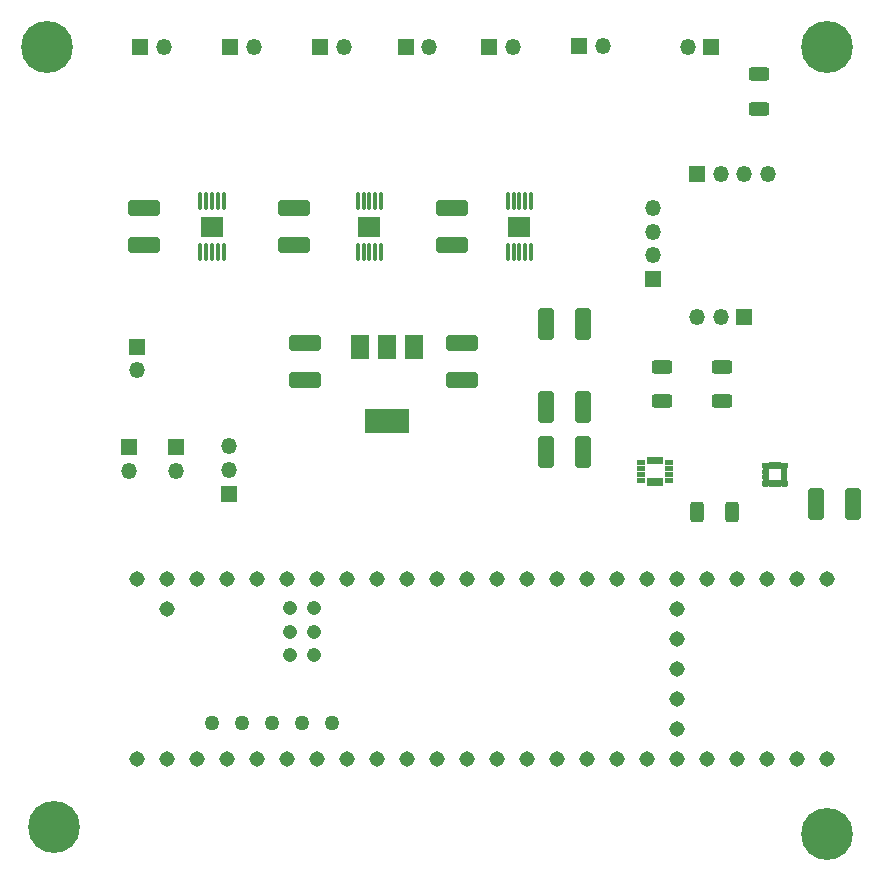
<source format=gts>
%TF.GenerationSoftware,KiCad,Pcbnew,(6.0.7)*%
%TF.CreationDate,2023-02-02T12:11:16-07:00*%
%TF.ProjectId,Tellus,54656c6c-7573-42e6-9b69-6361645f7063,rev?*%
%TF.SameCoordinates,Original*%
%TF.FileFunction,Soldermask,Top*%
%TF.FilePolarity,Negative*%
%FSLAX46Y46*%
G04 Gerber Fmt 4.6, Leading zero omitted, Abs format (unit mm)*
G04 Created by KiCad (PCBNEW (6.0.7)) date 2023-02-02 12:11:16*
%MOMM*%
%LPD*%
G01*
G04 APERTURE LIST*
G04 Aperture macros list*
%AMRoundRect*
0 Rectangle with rounded corners*
0 $1 Rounding radius*
0 $2 $3 $4 $5 $6 $7 $8 $9 X,Y pos of 4 corners*
0 Add a 4 corners polygon primitive as box body*
4,1,4,$2,$3,$4,$5,$6,$7,$8,$9,$2,$3,0*
0 Add four circle primitives for the rounded corners*
1,1,$1+$1,$2,$3*
1,1,$1+$1,$4,$5*
1,1,$1+$1,$6,$7*
1,1,$1+$1,$8,$9*
0 Add four rect primitives between the rounded corners*
20,1,$1+$1,$2,$3,$4,$5,0*
20,1,$1+$1,$4,$5,$6,$7,0*
20,1,$1+$1,$6,$7,$8,$9,0*
20,1,$1+$1,$8,$9,$2,$3,0*%
G04 Aperture macros list end*
%ADD10C,0.010000*%
%ADD11R,1.350000X1.350000*%
%ADD12O,1.350000X1.350000*%
%ADD13C,1.308000*%
%ADD14C,1.258000*%
%ADD15C,1.208000*%
%ADD16RoundRect,0.250000X1.100000X-0.412500X1.100000X0.412500X-1.100000X0.412500X-1.100000X-0.412500X0*%
%ADD17RoundRect,0.250000X0.412500X1.100000X-0.412500X1.100000X-0.412500X-1.100000X0.412500X-1.100000X0*%
%ADD18RoundRect,0.250000X-0.625000X0.312500X-0.625000X-0.312500X0.625000X-0.312500X0.625000X0.312500X0*%
%ADD19RoundRect,0.250000X-1.100000X0.412500X-1.100000X-0.412500X1.100000X-0.412500X1.100000X0.412500X0*%
%ADD20C,4.400000*%
%ADD21RoundRect,0.075000X0.075000X-0.662500X0.075000X0.662500X-0.075000X0.662500X-0.075000X-0.662500X0*%
%ADD22R,1.980000X1.730000*%
%ADD23RoundRect,0.250000X0.625000X-0.312500X0.625000X0.312500X-0.625000X0.312500X-0.625000X-0.312500X0*%
%ADD24RoundRect,0.250000X-0.312500X-0.625000X0.312500X-0.625000X0.312500X0.625000X-0.312500X0.625000X0*%
%ADD25RoundRect,0.250000X-0.412500X-1.100000X0.412500X-1.100000X0.412500X1.100000X-0.412500X1.100000X0*%
%ADD26R,1.500000X2.000000*%
%ADD27R,3.800000X2.000000*%
G04 APERTURE END LIST*
%TO.C,U7*%
G36*
X171210000Y-115582500D02*
G01*
X170635000Y-115582500D01*
X170635000Y-115232500D01*
X171210000Y-115232500D01*
X171210000Y-115582500D01*
G37*
D10*
X171210000Y-115582500D02*
X170635000Y-115582500D01*
X170635000Y-115232500D01*
X171210000Y-115232500D01*
X171210000Y-115582500D01*
G36*
X172260000Y-115857500D02*
G01*
X171910000Y-115857500D01*
X171910000Y-115282500D01*
X172260000Y-115282500D01*
X172260000Y-115857500D01*
G37*
X172260000Y-115857500D02*
X171910000Y-115857500D01*
X171910000Y-115282500D01*
X172260000Y-115282500D01*
X172260000Y-115857500D01*
G36*
X173535000Y-114082500D02*
G01*
X172960000Y-114082500D01*
X172960000Y-113732500D01*
X173535000Y-113732500D01*
X173535000Y-114082500D01*
G37*
X173535000Y-114082500D02*
X172960000Y-114082500D01*
X172960000Y-113732500D01*
X173535000Y-113732500D01*
X173535000Y-114082500D01*
G36*
X171760000Y-114032500D02*
G01*
X171410000Y-114032500D01*
X171410000Y-113457500D01*
X171760000Y-113457500D01*
X171760000Y-114032500D01*
G37*
X171760000Y-114032500D02*
X171410000Y-114032500D01*
X171410000Y-113457500D01*
X171760000Y-113457500D01*
X171760000Y-114032500D01*
G36*
X173535000Y-115082500D02*
G01*
X172960000Y-115082500D01*
X172960000Y-114732500D01*
X173535000Y-114732500D01*
X173535000Y-115082500D01*
G37*
X173535000Y-115082500D02*
X172960000Y-115082500D01*
X172960000Y-114732500D01*
X173535000Y-114732500D01*
X173535000Y-115082500D01*
G36*
X172260000Y-114032500D02*
G01*
X171910000Y-114032500D01*
X171910000Y-113457500D01*
X172260000Y-113457500D01*
X172260000Y-114032500D01*
G37*
X172260000Y-114032500D02*
X171910000Y-114032500D01*
X171910000Y-113457500D01*
X172260000Y-113457500D01*
X172260000Y-114032500D01*
G36*
X173535000Y-115582500D02*
G01*
X172960000Y-115582500D01*
X172960000Y-115232500D01*
X173535000Y-115232500D01*
X173535000Y-115582500D01*
G37*
X173535000Y-115582500D02*
X172960000Y-115582500D01*
X172960000Y-115232500D01*
X173535000Y-115232500D01*
X173535000Y-115582500D01*
G36*
X171210000Y-114582500D02*
G01*
X170635000Y-114582500D01*
X170635000Y-114232500D01*
X171210000Y-114232500D01*
X171210000Y-114582500D01*
G37*
X171210000Y-114582500D02*
X170635000Y-114582500D01*
X170635000Y-114232500D01*
X171210000Y-114232500D01*
X171210000Y-114582500D01*
G36*
X172760000Y-114032500D02*
G01*
X172410000Y-114032500D01*
X172410000Y-113457500D01*
X172760000Y-113457500D01*
X172760000Y-114032500D01*
G37*
X172760000Y-114032500D02*
X172410000Y-114032500D01*
X172410000Y-113457500D01*
X172760000Y-113457500D01*
X172760000Y-114032500D01*
G36*
X173535000Y-114582500D02*
G01*
X172960000Y-114582500D01*
X172960000Y-114232500D01*
X173535000Y-114232500D01*
X173535000Y-114582500D01*
G37*
X173535000Y-114582500D02*
X172960000Y-114582500D01*
X172960000Y-114232500D01*
X173535000Y-114232500D01*
X173535000Y-114582500D01*
G36*
X171760000Y-115857500D02*
G01*
X171410000Y-115857500D01*
X171410000Y-115282500D01*
X171760000Y-115282500D01*
X171760000Y-115857500D01*
G37*
X171760000Y-115857500D02*
X171410000Y-115857500D01*
X171410000Y-115282500D01*
X171760000Y-115282500D01*
X171760000Y-115857500D01*
G36*
X172760000Y-115857500D02*
G01*
X172410000Y-115857500D01*
X172410000Y-115282500D01*
X172760000Y-115282500D01*
X172760000Y-115857500D01*
G37*
X172760000Y-115857500D02*
X172410000Y-115857500D01*
X172410000Y-115282500D01*
X172760000Y-115282500D01*
X172760000Y-115857500D01*
G36*
X171210000Y-114082500D02*
G01*
X170635000Y-114082500D01*
X170635000Y-113732500D01*
X171210000Y-113732500D01*
X171210000Y-114082500D01*
G37*
X171210000Y-114082500D02*
X170635000Y-114082500D01*
X170635000Y-113732500D01*
X171210000Y-113732500D01*
X171210000Y-114082500D01*
G36*
X171210000Y-115082500D02*
G01*
X170635000Y-115082500D01*
X170635000Y-114732500D01*
X171210000Y-114732500D01*
X171210000Y-115082500D01*
G37*
X171210000Y-115082500D02*
X170635000Y-115082500D01*
X170635000Y-114732500D01*
X171210000Y-114732500D01*
X171210000Y-115082500D01*
%TO.C,U6*%
G36*
X181626000Y-113961000D02*
G01*
X181631000Y-113961000D01*
X181637000Y-113963000D01*
X181642000Y-113964000D01*
X181648000Y-113966000D01*
X181663000Y-113972000D01*
X181673000Y-113978000D01*
X181677000Y-113981000D01*
X181682000Y-113985000D01*
X181694000Y-113997000D01*
X181697000Y-114001000D01*
X181701000Y-114006000D01*
X181704000Y-114010000D01*
X181707000Y-114015000D01*
X181709000Y-114020000D01*
X181712000Y-114025000D01*
X181714000Y-114031000D01*
X181716000Y-114036000D01*
X181717000Y-114041000D01*
X181719000Y-114053000D01*
X181720000Y-114058000D01*
X181720000Y-114312000D01*
X181719000Y-114317000D01*
X181717000Y-114329000D01*
X181716000Y-114334000D01*
X181714000Y-114339000D01*
X181712000Y-114345000D01*
X181709000Y-114350000D01*
X181707000Y-114355000D01*
X181704000Y-114360000D01*
X181701000Y-114364000D01*
X181697000Y-114369000D01*
X181694000Y-114373000D01*
X181682000Y-114385000D01*
X181677000Y-114389000D01*
X181673000Y-114392000D01*
X181663000Y-114398000D01*
X181648000Y-114404000D01*
X181642000Y-114406000D01*
X181637000Y-114407000D01*
X181631000Y-114409000D01*
X181626000Y-114409000D01*
X181620000Y-114410000D01*
X181320000Y-114410000D01*
X181314000Y-114409000D01*
X181309000Y-114409000D01*
X181303000Y-114407000D01*
X181298000Y-114406000D01*
X181292000Y-114404000D01*
X181277000Y-114398000D01*
X181267000Y-114392000D01*
X181263000Y-114389000D01*
X181258000Y-114385000D01*
X181246000Y-114373000D01*
X181243000Y-114369000D01*
X181239000Y-114364000D01*
X181236000Y-114360000D01*
X181233000Y-114355000D01*
X181231000Y-114350000D01*
X181228000Y-114345000D01*
X181226000Y-114339000D01*
X181224000Y-114334000D01*
X181223000Y-114329000D01*
X181221000Y-114317000D01*
X181220000Y-114312000D01*
X181220000Y-114058000D01*
X181221000Y-114053000D01*
X181223000Y-114041000D01*
X181224000Y-114036000D01*
X181226000Y-114031000D01*
X181228000Y-114025000D01*
X181231000Y-114020000D01*
X181233000Y-114015000D01*
X181236000Y-114010000D01*
X181239000Y-114006000D01*
X181243000Y-114001000D01*
X181246000Y-113997000D01*
X181258000Y-113985000D01*
X181263000Y-113981000D01*
X181267000Y-113978000D01*
X181277000Y-113972000D01*
X181292000Y-113966000D01*
X181298000Y-113964000D01*
X181303000Y-113963000D01*
X181309000Y-113961000D01*
X181314000Y-113961000D01*
X181320000Y-113960000D01*
X181620000Y-113960000D01*
X181626000Y-113961000D01*
G37*
X181626000Y-113961000D02*
X181631000Y-113961000D01*
X181637000Y-113963000D01*
X181642000Y-113964000D01*
X181648000Y-113966000D01*
X181663000Y-113972000D01*
X181673000Y-113978000D01*
X181677000Y-113981000D01*
X181682000Y-113985000D01*
X181694000Y-113997000D01*
X181697000Y-114001000D01*
X181701000Y-114006000D01*
X181704000Y-114010000D01*
X181707000Y-114015000D01*
X181709000Y-114020000D01*
X181712000Y-114025000D01*
X181714000Y-114031000D01*
X181716000Y-114036000D01*
X181717000Y-114041000D01*
X181719000Y-114053000D01*
X181720000Y-114058000D01*
X181720000Y-114312000D01*
X181719000Y-114317000D01*
X181717000Y-114329000D01*
X181716000Y-114334000D01*
X181714000Y-114339000D01*
X181712000Y-114345000D01*
X181709000Y-114350000D01*
X181707000Y-114355000D01*
X181704000Y-114360000D01*
X181701000Y-114364000D01*
X181697000Y-114369000D01*
X181694000Y-114373000D01*
X181682000Y-114385000D01*
X181677000Y-114389000D01*
X181673000Y-114392000D01*
X181663000Y-114398000D01*
X181648000Y-114404000D01*
X181642000Y-114406000D01*
X181637000Y-114407000D01*
X181631000Y-114409000D01*
X181626000Y-114409000D01*
X181620000Y-114410000D01*
X181320000Y-114410000D01*
X181314000Y-114409000D01*
X181309000Y-114409000D01*
X181303000Y-114407000D01*
X181298000Y-114406000D01*
X181292000Y-114404000D01*
X181277000Y-114398000D01*
X181267000Y-114392000D01*
X181263000Y-114389000D01*
X181258000Y-114385000D01*
X181246000Y-114373000D01*
X181243000Y-114369000D01*
X181239000Y-114364000D01*
X181236000Y-114360000D01*
X181233000Y-114355000D01*
X181231000Y-114350000D01*
X181228000Y-114345000D01*
X181226000Y-114339000D01*
X181224000Y-114334000D01*
X181223000Y-114329000D01*
X181221000Y-114317000D01*
X181220000Y-114312000D01*
X181220000Y-114058000D01*
X181221000Y-114053000D01*
X181223000Y-114041000D01*
X181224000Y-114036000D01*
X181226000Y-114031000D01*
X181228000Y-114025000D01*
X181231000Y-114020000D01*
X181233000Y-114015000D01*
X181236000Y-114010000D01*
X181239000Y-114006000D01*
X181243000Y-114001000D01*
X181246000Y-113997000D01*
X181258000Y-113985000D01*
X181263000Y-113981000D01*
X181267000Y-113978000D01*
X181277000Y-113972000D01*
X181292000Y-113966000D01*
X181298000Y-113964000D01*
X181303000Y-113963000D01*
X181309000Y-113961000D01*
X181314000Y-113961000D01*
X181320000Y-113960000D01*
X181620000Y-113960000D01*
X181626000Y-113961000D01*
G36*
X182127000Y-113921000D02*
G01*
X182139000Y-113923000D01*
X182144000Y-113924000D01*
X182149000Y-113926000D01*
X182155000Y-113928000D01*
X182160000Y-113931000D01*
X182165000Y-113933000D01*
X182170000Y-113936000D01*
X182174000Y-113939000D01*
X182179000Y-113943000D01*
X182183000Y-113946000D01*
X182195000Y-113958000D01*
X182199000Y-113963000D01*
X182202000Y-113967000D01*
X182208000Y-113977000D01*
X182214000Y-113992000D01*
X182216000Y-113998000D01*
X182217000Y-114003000D01*
X182219000Y-114009000D01*
X182219000Y-114014000D01*
X182220000Y-114020000D01*
X182220000Y-114320000D01*
X182219000Y-114326000D01*
X182219000Y-114331000D01*
X182217000Y-114337000D01*
X182216000Y-114342000D01*
X182214000Y-114348000D01*
X182208000Y-114363000D01*
X182202000Y-114373000D01*
X182199000Y-114377000D01*
X182195000Y-114382000D01*
X182183000Y-114394000D01*
X182179000Y-114397000D01*
X182174000Y-114401000D01*
X182170000Y-114404000D01*
X182165000Y-114407000D01*
X182160000Y-114409000D01*
X182155000Y-114412000D01*
X182149000Y-114414000D01*
X182144000Y-114416000D01*
X182139000Y-114417000D01*
X182127000Y-114419000D01*
X182122000Y-114420000D01*
X181868000Y-114420000D01*
X181863000Y-114419000D01*
X181851000Y-114417000D01*
X181846000Y-114416000D01*
X181841000Y-114414000D01*
X181835000Y-114412000D01*
X181830000Y-114409000D01*
X181825000Y-114407000D01*
X181820000Y-114404000D01*
X181816000Y-114401000D01*
X181811000Y-114397000D01*
X181807000Y-114394000D01*
X181795000Y-114382000D01*
X181791000Y-114377000D01*
X181788000Y-114373000D01*
X181782000Y-114363000D01*
X181776000Y-114348000D01*
X181774000Y-114342000D01*
X181773000Y-114337000D01*
X181771000Y-114331000D01*
X181771000Y-114326000D01*
X181770000Y-114320000D01*
X181770000Y-114020000D01*
X181771000Y-114014000D01*
X181771000Y-114009000D01*
X181773000Y-114003000D01*
X181774000Y-113998000D01*
X181776000Y-113992000D01*
X181782000Y-113977000D01*
X181788000Y-113967000D01*
X181791000Y-113963000D01*
X181795000Y-113958000D01*
X181807000Y-113946000D01*
X181811000Y-113943000D01*
X181816000Y-113939000D01*
X181820000Y-113936000D01*
X181825000Y-113933000D01*
X181830000Y-113931000D01*
X181835000Y-113928000D01*
X181841000Y-113926000D01*
X181846000Y-113924000D01*
X181851000Y-113923000D01*
X181863000Y-113921000D01*
X181868000Y-113920000D01*
X182122000Y-113920000D01*
X182127000Y-113921000D01*
G37*
X182127000Y-113921000D02*
X182139000Y-113923000D01*
X182144000Y-113924000D01*
X182149000Y-113926000D01*
X182155000Y-113928000D01*
X182160000Y-113931000D01*
X182165000Y-113933000D01*
X182170000Y-113936000D01*
X182174000Y-113939000D01*
X182179000Y-113943000D01*
X182183000Y-113946000D01*
X182195000Y-113958000D01*
X182199000Y-113963000D01*
X182202000Y-113967000D01*
X182208000Y-113977000D01*
X182214000Y-113992000D01*
X182216000Y-113998000D01*
X182217000Y-114003000D01*
X182219000Y-114009000D01*
X182219000Y-114014000D01*
X182220000Y-114020000D01*
X182220000Y-114320000D01*
X182219000Y-114326000D01*
X182219000Y-114331000D01*
X182217000Y-114337000D01*
X182216000Y-114342000D01*
X182214000Y-114348000D01*
X182208000Y-114363000D01*
X182202000Y-114373000D01*
X182199000Y-114377000D01*
X182195000Y-114382000D01*
X182183000Y-114394000D01*
X182179000Y-114397000D01*
X182174000Y-114401000D01*
X182170000Y-114404000D01*
X182165000Y-114407000D01*
X182160000Y-114409000D01*
X182155000Y-114412000D01*
X182149000Y-114414000D01*
X182144000Y-114416000D01*
X182139000Y-114417000D01*
X182127000Y-114419000D01*
X182122000Y-114420000D01*
X181868000Y-114420000D01*
X181863000Y-114419000D01*
X181851000Y-114417000D01*
X181846000Y-114416000D01*
X181841000Y-114414000D01*
X181835000Y-114412000D01*
X181830000Y-114409000D01*
X181825000Y-114407000D01*
X181820000Y-114404000D01*
X181816000Y-114401000D01*
X181811000Y-114397000D01*
X181807000Y-114394000D01*
X181795000Y-114382000D01*
X181791000Y-114377000D01*
X181788000Y-114373000D01*
X181782000Y-114363000D01*
X181776000Y-114348000D01*
X181774000Y-114342000D01*
X181773000Y-114337000D01*
X181771000Y-114331000D01*
X181771000Y-114326000D01*
X181770000Y-114320000D01*
X181770000Y-114020000D01*
X181771000Y-114014000D01*
X181771000Y-114009000D01*
X181773000Y-114003000D01*
X181774000Y-113998000D01*
X181776000Y-113992000D01*
X181782000Y-113977000D01*
X181788000Y-113967000D01*
X181791000Y-113963000D01*
X181795000Y-113958000D01*
X181807000Y-113946000D01*
X181811000Y-113943000D01*
X181816000Y-113939000D01*
X181820000Y-113936000D01*
X181825000Y-113933000D01*
X181830000Y-113931000D01*
X181835000Y-113928000D01*
X181841000Y-113926000D01*
X181846000Y-113924000D01*
X181851000Y-113923000D01*
X181863000Y-113921000D01*
X181868000Y-113920000D01*
X182122000Y-113920000D01*
X182127000Y-113921000D01*
G36*
X183176000Y-115461000D02*
G01*
X183181000Y-115461000D01*
X183187000Y-115463000D01*
X183192000Y-115464000D01*
X183198000Y-115466000D01*
X183213000Y-115472000D01*
X183223000Y-115478000D01*
X183227000Y-115481000D01*
X183232000Y-115485000D01*
X183244000Y-115497000D01*
X183247000Y-115501000D01*
X183251000Y-115506000D01*
X183254000Y-115510000D01*
X183257000Y-115515000D01*
X183259000Y-115520000D01*
X183262000Y-115525000D01*
X183264000Y-115531000D01*
X183266000Y-115536000D01*
X183267000Y-115541000D01*
X183269000Y-115553000D01*
X183270000Y-115558000D01*
X183270000Y-115812000D01*
X183269000Y-115817000D01*
X183267000Y-115829000D01*
X183266000Y-115834000D01*
X183264000Y-115839000D01*
X183262000Y-115845000D01*
X183259000Y-115850000D01*
X183257000Y-115855000D01*
X183254000Y-115860000D01*
X183251000Y-115864000D01*
X183247000Y-115869000D01*
X183244000Y-115873000D01*
X183232000Y-115885000D01*
X183227000Y-115889000D01*
X183223000Y-115892000D01*
X183213000Y-115898000D01*
X183198000Y-115904000D01*
X183192000Y-115906000D01*
X183187000Y-115907000D01*
X183181000Y-115909000D01*
X183176000Y-115909000D01*
X183170000Y-115910000D01*
X182870000Y-115910000D01*
X182864000Y-115909000D01*
X182859000Y-115909000D01*
X182853000Y-115907000D01*
X182848000Y-115906000D01*
X182842000Y-115904000D01*
X182827000Y-115898000D01*
X182817000Y-115892000D01*
X182813000Y-115889000D01*
X182808000Y-115885000D01*
X182796000Y-115873000D01*
X182793000Y-115869000D01*
X182789000Y-115864000D01*
X182786000Y-115860000D01*
X182783000Y-115855000D01*
X182781000Y-115850000D01*
X182778000Y-115845000D01*
X182776000Y-115839000D01*
X182774000Y-115834000D01*
X182773000Y-115829000D01*
X182771000Y-115817000D01*
X182770000Y-115812000D01*
X182770000Y-115558000D01*
X182771000Y-115553000D01*
X182773000Y-115541000D01*
X182774000Y-115536000D01*
X182776000Y-115531000D01*
X182778000Y-115525000D01*
X182781000Y-115520000D01*
X182783000Y-115515000D01*
X182786000Y-115510000D01*
X182789000Y-115506000D01*
X182793000Y-115501000D01*
X182796000Y-115497000D01*
X182808000Y-115485000D01*
X182813000Y-115481000D01*
X182817000Y-115478000D01*
X182827000Y-115472000D01*
X182842000Y-115466000D01*
X182848000Y-115464000D01*
X182853000Y-115463000D01*
X182859000Y-115461000D01*
X182864000Y-115461000D01*
X182870000Y-115460000D01*
X183170000Y-115460000D01*
X183176000Y-115461000D01*
G37*
X183176000Y-115461000D02*
X183181000Y-115461000D01*
X183187000Y-115463000D01*
X183192000Y-115464000D01*
X183198000Y-115466000D01*
X183213000Y-115472000D01*
X183223000Y-115478000D01*
X183227000Y-115481000D01*
X183232000Y-115485000D01*
X183244000Y-115497000D01*
X183247000Y-115501000D01*
X183251000Y-115506000D01*
X183254000Y-115510000D01*
X183257000Y-115515000D01*
X183259000Y-115520000D01*
X183262000Y-115525000D01*
X183264000Y-115531000D01*
X183266000Y-115536000D01*
X183267000Y-115541000D01*
X183269000Y-115553000D01*
X183270000Y-115558000D01*
X183270000Y-115812000D01*
X183269000Y-115817000D01*
X183267000Y-115829000D01*
X183266000Y-115834000D01*
X183264000Y-115839000D01*
X183262000Y-115845000D01*
X183259000Y-115850000D01*
X183257000Y-115855000D01*
X183254000Y-115860000D01*
X183251000Y-115864000D01*
X183247000Y-115869000D01*
X183244000Y-115873000D01*
X183232000Y-115885000D01*
X183227000Y-115889000D01*
X183223000Y-115892000D01*
X183213000Y-115898000D01*
X183198000Y-115904000D01*
X183192000Y-115906000D01*
X183187000Y-115907000D01*
X183181000Y-115909000D01*
X183176000Y-115909000D01*
X183170000Y-115910000D01*
X182870000Y-115910000D01*
X182864000Y-115909000D01*
X182859000Y-115909000D01*
X182853000Y-115907000D01*
X182848000Y-115906000D01*
X182842000Y-115904000D01*
X182827000Y-115898000D01*
X182817000Y-115892000D01*
X182813000Y-115889000D01*
X182808000Y-115885000D01*
X182796000Y-115873000D01*
X182793000Y-115869000D01*
X182789000Y-115864000D01*
X182786000Y-115860000D01*
X182783000Y-115855000D01*
X182781000Y-115850000D01*
X182778000Y-115845000D01*
X182776000Y-115839000D01*
X182774000Y-115834000D01*
X182773000Y-115829000D01*
X182771000Y-115817000D01*
X182770000Y-115812000D01*
X182770000Y-115558000D01*
X182771000Y-115553000D01*
X182773000Y-115541000D01*
X182774000Y-115536000D01*
X182776000Y-115531000D01*
X182778000Y-115525000D01*
X182781000Y-115520000D01*
X182783000Y-115515000D01*
X182786000Y-115510000D01*
X182789000Y-115506000D01*
X182793000Y-115501000D01*
X182796000Y-115497000D01*
X182808000Y-115485000D01*
X182813000Y-115481000D01*
X182817000Y-115478000D01*
X182827000Y-115472000D01*
X182842000Y-115466000D01*
X182848000Y-115464000D01*
X182853000Y-115463000D01*
X182859000Y-115461000D01*
X182864000Y-115461000D01*
X182870000Y-115460000D01*
X183170000Y-115460000D01*
X183176000Y-115461000D01*
G36*
X181626000Y-115461000D02*
G01*
X181631000Y-115461000D01*
X181637000Y-115463000D01*
X181642000Y-115464000D01*
X181648000Y-115466000D01*
X181663000Y-115472000D01*
X181673000Y-115478000D01*
X181677000Y-115481000D01*
X181682000Y-115485000D01*
X181694000Y-115497000D01*
X181697000Y-115501000D01*
X181701000Y-115506000D01*
X181704000Y-115510000D01*
X181707000Y-115515000D01*
X181709000Y-115520000D01*
X181712000Y-115525000D01*
X181714000Y-115531000D01*
X181716000Y-115536000D01*
X181717000Y-115541000D01*
X181719000Y-115553000D01*
X181720000Y-115558000D01*
X181720000Y-115812000D01*
X181719000Y-115817000D01*
X181717000Y-115829000D01*
X181716000Y-115834000D01*
X181714000Y-115839000D01*
X181712000Y-115845000D01*
X181709000Y-115850000D01*
X181707000Y-115855000D01*
X181704000Y-115860000D01*
X181701000Y-115864000D01*
X181697000Y-115869000D01*
X181694000Y-115873000D01*
X181682000Y-115885000D01*
X181677000Y-115889000D01*
X181673000Y-115892000D01*
X181663000Y-115898000D01*
X181648000Y-115904000D01*
X181642000Y-115906000D01*
X181637000Y-115907000D01*
X181631000Y-115909000D01*
X181626000Y-115909000D01*
X181620000Y-115910000D01*
X181320000Y-115910000D01*
X181314000Y-115909000D01*
X181309000Y-115909000D01*
X181303000Y-115907000D01*
X181298000Y-115906000D01*
X181292000Y-115904000D01*
X181277000Y-115898000D01*
X181267000Y-115892000D01*
X181263000Y-115889000D01*
X181258000Y-115885000D01*
X181246000Y-115873000D01*
X181243000Y-115869000D01*
X181239000Y-115864000D01*
X181236000Y-115860000D01*
X181233000Y-115855000D01*
X181231000Y-115850000D01*
X181228000Y-115845000D01*
X181226000Y-115839000D01*
X181224000Y-115834000D01*
X181223000Y-115829000D01*
X181221000Y-115817000D01*
X181220000Y-115812000D01*
X181220000Y-115558000D01*
X181221000Y-115553000D01*
X181223000Y-115541000D01*
X181224000Y-115536000D01*
X181226000Y-115531000D01*
X181228000Y-115525000D01*
X181231000Y-115520000D01*
X181233000Y-115515000D01*
X181236000Y-115510000D01*
X181239000Y-115506000D01*
X181243000Y-115501000D01*
X181246000Y-115497000D01*
X181258000Y-115485000D01*
X181263000Y-115481000D01*
X181267000Y-115478000D01*
X181277000Y-115472000D01*
X181292000Y-115466000D01*
X181298000Y-115464000D01*
X181303000Y-115463000D01*
X181309000Y-115461000D01*
X181314000Y-115461000D01*
X181320000Y-115460000D01*
X181620000Y-115460000D01*
X181626000Y-115461000D01*
G37*
X181626000Y-115461000D02*
X181631000Y-115461000D01*
X181637000Y-115463000D01*
X181642000Y-115464000D01*
X181648000Y-115466000D01*
X181663000Y-115472000D01*
X181673000Y-115478000D01*
X181677000Y-115481000D01*
X181682000Y-115485000D01*
X181694000Y-115497000D01*
X181697000Y-115501000D01*
X181701000Y-115506000D01*
X181704000Y-115510000D01*
X181707000Y-115515000D01*
X181709000Y-115520000D01*
X181712000Y-115525000D01*
X181714000Y-115531000D01*
X181716000Y-115536000D01*
X181717000Y-115541000D01*
X181719000Y-115553000D01*
X181720000Y-115558000D01*
X181720000Y-115812000D01*
X181719000Y-115817000D01*
X181717000Y-115829000D01*
X181716000Y-115834000D01*
X181714000Y-115839000D01*
X181712000Y-115845000D01*
X181709000Y-115850000D01*
X181707000Y-115855000D01*
X181704000Y-115860000D01*
X181701000Y-115864000D01*
X181697000Y-115869000D01*
X181694000Y-115873000D01*
X181682000Y-115885000D01*
X181677000Y-115889000D01*
X181673000Y-115892000D01*
X181663000Y-115898000D01*
X181648000Y-115904000D01*
X181642000Y-115906000D01*
X181637000Y-115907000D01*
X181631000Y-115909000D01*
X181626000Y-115909000D01*
X181620000Y-115910000D01*
X181320000Y-115910000D01*
X181314000Y-115909000D01*
X181309000Y-115909000D01*
X181303000Y-115907000D01*
X181298000Y-115906000D01*
X181292000Y-115904000D01*
X181277000Y-115898000D01*
X181267000Y-115892000D01*
X181263000Y-115889000D01*
X181258000Y-115885000D01*
X181246000Y-115873000D01*
X181243000Y-115869000D01*
X181239000Y-115864000D01*
X181236000Y-115860000D01*
X181233000Y-115855000D01*
X181231000Y-115850000D01*
X181228000Y-115845000D01*
X181226000Y-115839000D01*
X181224000Y-115834000D01*
X181223000Y-115829000D01*
X181221000Y-115817000D01*
X181220000Y-115812000D01*
X181220000Y-115558000D01*
X181221000Y-115553000D01*
X181223000Y-115541000D01*
X181224000Y-115536000D01*
X181226000Y-115531000D01*
X181228000Y-115525000D01*
X181231000Y-115520000D01*
X181233000Y-115515000D01*
X181236000Y-115510000D01*
X181239000Y-115506000D01*
X181243000Y-115501000D01*
X181246000Y-115497000D01*
X181258000Y-115485000D01*
X181263000Y-115481000D01*
X181267000Y-115478000D01*
X181277000Y-115472000D01*
X181292000Y-115466000D01*
X181298000Y-115464000D01*
X181303000Y-115463000D01*
X181309000Y-115461000D01*
X181314000Y-115461000D01*
X181320000Y-115460000D01*
X181620000Y-115460000D01*
X181626000Y-115461000D01*
G36*
X181636000Y-114961000D02*
G01*
X181641000Y-114961000D01*
X181647000Y-114963000D01*
X181652000Y-114964000D01*
X181658000Y-114966000D01*
X181673000Y-114972000D01*
X181683000Y-114978000D01*
X181687000Y-114981000D01*
X181692000Y-114985000D01*
X181704000Y-114997000D01*
X181707000Y-115001000D01*
X181711000Y-115006000D01*
X181714000Y-115010000D01*
X181717000Y-115015000D01*
X181719000Y-115020000D01*
X181722000Y-115025000D01*
X181724000Y-115031000D01*
X181726000Y-115036000D01*
X181727000Y-115041000D01*
X181729000Y-115053000D01*
X181730000Y-115058000D01*
X181730000Y-115312000D01*
X181729000Y-115317000D01*
X181727000Y-115329000D01*
X181726000Y-115334000D01*
X181724000Y-115339000D01*
X181722000Y-115345000D01*
X181719000Y-115350000D01*
X181717000Y-115355000D01*
X181714000Y-115360000D01*
X181711000Y-115364000D01*
X181707000Y-115369000D01*
X181704000Y-115373000D01*
X181692000Y-115385000D01*
X181687000Y-115389000D01*
X181683000Y-115392000D01*
X181673000Y-115398000D01*
X181658000Y-115404000D01*
X181652000Y-115406000D01*
X181647000Y-115407000D01*
X181641000Y-115409000D01*
X181636000Y-115409000D01*
X181630000Y-115410000D01*
X181330000Y-115410000D01*
X181324000Y-115409000D01*
X181319000Y-115409000D01*
X181313000Y-115407000D01*
X181308000Y-115406000D01*
X181302000Y-115404000D01*
X181287000Y-115398000D01*
X181277000Y-115392000D01*
X181273000Y-115389000D01*
X181268000Y-115385000D01*
X181256000Y-115373000D01*
X181253000Y-115369000D01*
X181249000Y-115364000D01*
X181246000Y-115360000D01*
X181243000Y-115355000D01*
X181241000Y-115350000D01*
X181238000Y-115345000D01*
X181236000Y-115339000D01*
X181234000Y-115334000D01*
X181233000Y-115329000D01*
X181231000Y-115317000D01*
X181230000Y-115312000D01*
X181230000Y-115058000D01*
X181231000Y-115053000D01*
X181233000Y-115041000D01*
X181234000Y-115036000D01*
X181236000Y-115031000D01*
X181238000Y-115025000D01*
X181241000Y-115020000D01*
X181243000Y-115015000D01*
X181246000Y-115010000D01*
X181249000Y-115006000D01*
X181253000Y-115001000D01*
X181256000Y-114997000D01*
X181268000Y-114985000D01*
X181273000Y-114981000D01*
X181277000Y-114978000D01*
X181287000Y-114972000D01*
X181302000Y-114966000D01*
X181308000Y-114964000D01*
X181313000Y-114963000D01*
X181319000Y-114961000D01*
X181324000Y-114961000D01*
X181330000Y-114960000D01*
X181630000Y-114960000D01*
X181636000Y-114961000D01*
G37*
X181636000Y-114961000D02*
X181641000Y-114961000D01*
X181647000Y-114963000D01*
X181652000Y-114964000D01*
X181658000Y-114966000D01*
X181673000Y-114972000D01*
X181683000Y-114978000D01*
X181687000Y-114981000D01*
X181692000Y-114985000D01*
X181704000Y-114997000D01*
X181707000Y-115001000D01*
X181711000Y-115006000D01*
X181714000Y-115010000D01*
X181717000Y-115015000D01*
X181719000Y-115020000D01*
X181722000Y-115025000D01*
X181724000Y-115031000D01*
X181726000Y-115036000D01*
X181727000Y-115041000D01*
X181729000Y-115053000D01*
X181730000Y-115058000D01*
X181730000Y-115312000D01*
X181729000Y-115317000D01*
X181727000Y-115329000D01*
X181726000Y-115334000D01*
X181724000Y-115339000D01*
X181722000Y-115345000D01*
X181719000Y-115350000D01*
X181717000Y-115355000D01*
X181714000Y-115360000D01*
X181711000Y-115364000D01*
X181707000Y-115369000D01*
X181704000Y-115373000D01*
X181692000Y-115385000D01*
X181687000Y-115389000D01*
X181683000Y-115392000D01*
X181673000Y-115398000D01*
X181658000Y-115404000D01*
X181652000Y-115406000D01*
X181647000Y-115407000D01*
X181641000Y-115409000D01*
X181636000Y-115409000D01*
X181630000Y-115410000D01*
X181330000Y-115410000D01*
X181324000Y-115409000D01*
X181319000Y-115409000D01*
X181313000Y-115407000D01*
X181308000Y-115406000D01*
X181302000Y-115404000D01*
X181287000Y-115398000D01*
X181277000Y-115392000D01*
X181273000Y-115389000D01*
X181268000Y-115385000D01*
X181256000Y-115373000D01*
X181253000Y-115369000D01*
X181249000Y-115364000D01*
X181246000Y-115360000D01*
X181243000Y-115355000D01*
X181241000Y-115350000D01*
X181238000Y-115345000D01*
X181236000Y-115339000D01*
X181234000Y-115334000D01*
X181233000Y-115329000D01*
X181231000Y-115317000D01*
X181230000Y-115312000D01*
X181230000Y-115058000D01*
X181231000Y-115053000D01*
X181233000Y-115041000D01*
X181234000Y-115036000D01*
X181236000Y-115031000D01*
X181238000Y-115025000D01*
X181241000Y-115020000D01*
X181243000Y-115015000D01*
X181246000Y-115010000D01*
X181249000Y-115006000D01*
X181253000Y-115001000D01*
X181256000Y-114997000D01*
X181268000Y-114985000D01*
X181273000Y-114981000D01*
X181277000Y-114978000D01*
X181287000Y-114972000D01*
X181302000Y-114966000D01*
X181308000Y-114964000D01*
X181313000Y-114963000D01*
X181319000Y-114961000D01*
X181324000Y-114961000D01*
X181330000Y-114960000D01*
X181630000Y-114960000D01*
X181636000Y-114961000D01*
G36*
X181636000Y-114461000D02*
G01*
X181641000Y-114461000D01*
X181647000Y-114463000D01*
X181652000Y-114464000D01*
X181658000Y-114466000D01*
X181673000Y-114472000D01*
X181683000Y-114478000D01*
X181687000Y-114481000D01*
X181692000Y-114485000D01*
X181704000Y-114497000D01*
X181707000Y-114501000D01*
X181711000Y-114506000D01*
X181714000Y-114510000D01*
X181717000Y-114515000D01*
X181719000Y-114520000D01*
X181722000Y-114525000D01*
X181724000Y-114531000D01*
X181726000Y-114536000D01*
X181727000Y-114541000D01*
X181729000Y-114553000D01*
X181730000Y-114558000D01*
X181730000Y-114812000D01*
X181729000Y-114817000D01*
X181727000Y-114829000D01*
X181726000Y-114834000D01*
X181724000Y-114839000D01*
X181722000Y-114845000D01*
X181719000Y-114850000D01*
X181717000Y-114855000D01*
X181714000Y-114860000D01*
X181711000Y-114864000D01*
X181707000Y-114869000D01*
X181704000Y-114873000D01*
X181692000Y-114885000D01*
X181687000Y-114889000D01*
X181683000Y-114892000D01*
X181673000Y-114898000D01*
X181658000Y-114904000D01*
X181652000Y-114906000D01*
X181647000Y-114907000D01*
X181641000Y-114909000D01*
X181636000Y-114909000D01*
X181630000Y-114910000D01*
X181330000Y-114910000D01*
X181324000Y-114909000D01*
X181319000Y-114909000D01*
X181313000Y-114907000D01*
X181308000Y-114906000D01*
X181302000Y-114904000D01*
X181287000Y-114898000D01*
X181277000Y-114892000D01*
X181273000Y-114889000D01*
X181268000Y-114885000D01*
X181256000Y-114873000D01*
X181253000Y-114869000D01*
X181249000Y-114864000D01*
X181246000Y-114860000D01*
X181243000Y-114855000D01*
X181241000Y-114850000D01*
X181238000Y-114845000D01*
X181236000Y-114839000D01*
X181234000Y-114834000D01*
X181233000Y-114829000D01*
X181231000Y-114817000D01*
X181230000Y-114812000D01*
X181230000Y-114558000D01*
X181231000Y-114553000D01*
X181233000Y-114541000D01*
X181234000Y-114536000D01*
X181236000Y-114531000D01*
X181238000Y-114525000D01*
X181241000Y-114520000D01*
X181243000Y-114515000D01*
X181246000Y-114510000D01*
X181249000Y-114506000D01*
X181253000Y-114501000D01*
X181256000Y-114497000D01*
X181268000Y-114485000D01*
X181273000Y-114481000D01*
X181277000Y-114478000D01*
X181287000Y-114472000D01*
X181302000Y-114466000D01*
X181308000Y-114464000D01*
X181313000Y-114463000D01*
X181319000Y-114461000D01*
X181324000Y-114461000D01*
X181330000Y-114460000D01*
X181630000Y-114460000D01*
X181636000Y-114461000D01*
G37*
X181636000Y-114461000D02*
X181641000Y-114461000D01*
X181647000Y-114463000D01*
X181652000Y-114464000D01*
X181658000Y-114466000D01*
X181673000Y-114472000D01*
X181683000Y-114478000D01*
X181687000Y-114481000D01*
X181692000Y-114485000D01*
X181704000Y-114497000D01*
X181707000Y-114501000D01*
X181711000Y-114506000D01*
X181714000Y-114510000D01*
X181717000Y-114515000D01*
X181719000Y-114520000D01*
X181722000Y-114525000D01*
X181724000Y-114531000D01*
X181726000Y-114536000D01*
X181727000Y-114541000D01*
X181729000Y-114553000D01*
X181730000Y-114558000D01*
X181730000Y-114812000D01*
X181729000Y-114817000D01*
X181727000Y-114829000D01*
X181726000Y-114834000D01*
X181724000Y-114839000D01*
X181722000Y-114845000D01*
X181719000Y-114850000D01*
X181717000Y-114855000D01*
X181714000Y-114860000D01*
X181711000Y-114864000D01*
X181707000Y-114869000D01*
X181704000Y-114873000D01*
X181692000Y-114885000D01*
X181687000Y-114889000D01*
X181683000Y-114892000D01*
X181673000Y-114898000D01*
X181658000Y-114904000D01*
X181652000Y-114906000D01*
X181647000Y-114907000D01*
X181641000Y-114909000D01*
X181636000Y-114909000D01*
X181630000Y-114910000D01*
X181330000Y-114910000D01*
X181324000Y-114909000D01*
X181319000Y-114909000D01*
X181313000Y-114907000D01*
X181308000Y-114906000D01*
X181302000Y-114904000D01*
X181287000Y-114898000D01*
X181277000Y-114892000D01*
X181273000Y-114889000D01*
X181268000Y-114885000D01*
X181256000Y-114873000D01*
X181253000Y-114869000D01*
X181249000Y-114864000D01*
X181246000Y-114860000D01*
X181243000Y-114855000D01*
X181241000Y-114850000D01*
X181238000Y-114845000D01*
X181236000Y-114839000D01*
X181234000Y-114834000D01*
X181233000Y-114829000D01*
X181231000Y-114817000D01*
X181230000Y-114812000D01*
X181230000Y-114558000D01*
X181231000Y-114553000D01*
X181233000Y-114541000D01*
X181234000Y-114536000D01*
X181236000Y-114531000D01*
X181238000Y-114525000D01*
X181241000Y-114520000D01*
X181243000Y-114515000D01*
X181246000Y-114510000D01*
X181249000Y-114506000D01*
X181253000Y-114501000D01*
X181256000Y-114497000D01*
X181268000Y-114485000D01*
X181273000Y-114481000D01*
X181277000Y-114478000D01*
X181287000Y-114472000D01*
X181302000Y-114466000D01*
X181308000Y-114464000D01*
X181313000Y-114463000D01*
X181319000Y-114461000D01*
X181324000Y-114461000D01*
X181330000Y-114460000D01*
X181630000Y-114460000D01*
X181636000Y-114461000D01*
G36*
X183166000Y-114461000D02*
G01*
X183171000Y-114461000D01*
X183177000Y-114463000D01*
X183182000Y-114464000D01*
X183188000Y-114466000D01*
X183203000Y-114472000D01*
X183213000Y-114478000D01*
X183217000Y-114481000D01*
X183222000Y-114485000D01*
X183234000Y-114497000D01*
X183237000Y-114501000D01*
X183241000Y-114506000D01*
X183244000Y-114510000D01*
X183247000Y-114515000D01*
X183249000Y-114520000D01*
X183252000Y-114525000D01*
X183254000Y-114531000D01*
X183256000Y-114536000D01*
X183257000Y-114541000D01*
X183259000Y-114553000D01*
X183260000Y-114558000D01*
X183260000Y-114812000D01*
X183259000Y-114817000D01*
X183257000Y-114829000D01*
X183256000Y-114834000D01*
X183254000Y-114839000D01*
X183252000Y-114845000D01*
X183249000Y-114850000D01*
X183247000Y-114855000D01*
X183244000Y-114860000D01*
X183241000Y-114864000D01*
X183237000Y-114869000D01*
X183234000Y-114873000D01*
X183222000Y-114885000D01*
X183217000Y-114889000D01*
X183213000Y-114892000D01*
X183203000Y-114898000D01*
X183188000Y-114904000D01*
X183182000Y-114906000D01*
X183177000Y-114907000D01*
X183171000Y-114909000D01*
X183166000Y-114909000D01*
X183160000Y-114910000D01*
X182860000Y-114910000D01*
X182854000Y-114909000D01*
X182849000Y-114909000D01*
X182843000Y-114907000D01*
X182838000Y-114906000D01*
X182832000Y-114904000D01*
X182817000Y-114898000D01*
X182807000Y-114892000D01*
X182803000Y-114889000D01*
X182798000Y-114885000D01*
X182786000Y-114873000D01*
X182783000Y-114869000D01*
X182779000Y-114864000D01*
X182776000Y-114860000D01*
X182773000Y-114855000D01*
X182771000Y-114850000D01*
X182768000Y-114845000D01*
X182766000Y-114839000D01*
X182764000Y-114834000D01*
X182763000Y-114829000D01*
X182761000Y-114817000D01*
X182760000Y-114812000D01*
X182760000Y-114558000D01*
X182761000Y-114553000D01*
X182763000Y-114541000D01*
X182764000Y-114536000D01*
X182766000Y-114531000D01*
X182768000Y-114525000D01*
X182771000Y-114520000D01*
X182773000Y-114515000D01*
X182776000Y-114510000D01*
X182779000Y-114506000D01*
X182783000Y-114501000D01*
X182786000Y-114497000D01*
X182798000Y-114485000D01*
X182803000Y-114481000D01*
X182807000Y-114478000D01*
X182817000Y-114472000D01*
X182832000Y-114466000D01*
X182838000Y-114464000D01*
X182843000Y-114463000D01*
X182849000Y-114461000D01*
X182854000Y-114461000D01*
X182860000Y-114460000D01*
X183160000Y-114460000D01*
X183166000Y-114461000D01*
G37*
X183166000Y-114461000D02*
X183171000Y-114461000D01*
X183177000Y-114463000D01*
X183182000Y-114464000D01*
X183188000Y-114466000D01*
X183203000Y-114472000D01*
X183213000Y-114478000D01*
X183217000Y-114481000D01*
X183222000Y-114485000D01*
X183234000Y-114497000D01*
X183237000Y-114501000D01*
X183241000Y-114506000D01*
X183244000Y-114510000D01*
X183247000Y-114515000D01*
X183249000Y-114520000D01*
X183252000Y-114525000D01*
X183254000Y-114531000D01*
X183256000Y-114536000D01*
X183257000Y-114541000D01*
X183259000Y-114553000D01*
X183260000Y-114558000D01*
X183260000Y-114812000D01*
X183259000Y-114817000D01*
X183257000Y-114829000D01*
X183256000Y-114834000D01*
X183254000Y-114839000D01*
X183252000Y-114845000D01*
X183249000Y-114850000D01*
X183247000Y-114855000D01*
X183244000Y-114860000D01*
X183241000Y-114864000D01*
X183237000Y-114869000D01*
X183234000Y-114873000D01*
X183222000Y-114885000D01*
X183217000Y-114889000D01*
X183213000Y-114892000D01*
X183203000Y-114898000D01*
X183188000Y-114904000D01*
X183182000Y-114906000D01*
X183177000Y-114907000D01*
X183171000Y-114909000D01*
X183166000Y-114909000D01*
X183160000Y-114910000D01*
X182860000Y-114910000D01*
X182854000Y-114909000D01*
X182849000Y-114909000D01*
X182843000Y-114907000D01*
X182838000Y-114906000D01*
X182832000Y-114904000D01*
X182817000Y-114898000D01*
X182807000Y-114892000D01*
X182803000Y-114889000D01*
X182798000Y-114885000D01*
X182786000Y-114873000D01*
X182783000Y-114869000D01*
X182779000Y-114864000D01*
X182776000Y-114860000D01*
X182773000Y-114855000D01*
X182771000Y-114850000D01*
X182768000Y-114845000D01*
X182766000Y-114839000D01*
X182764000Y-114834000D01*
X182763000Y-114829000D01*
X182761000Y-114817000D01*
X182760000Y-114812000D01*
X182760000Y-114558000D01*
X182761000Y-114553000D01*
X182763000Y-114541000D01*
X182764000Y-114536000D01*
X182766000Y-114531000D01*
X182768000Y-114525000D01*
X182771000Y-114520000D01*
X182773000Y-114515000D01*
X182776000Y-114510000D01*
X182779000Y-114506000D01*
X182783000Y-114501000D01*
X182786000Y-114497000D01*
X182798000Y-114485000D01*
X182803000Y-114481000D01*
X182807000Y-114478000D01*
X182817000Y-114472000D01*
X182832000Y-114466000D01*
X182838000Y-114464000D01*
X182843000Y-114463000D01*
X182849000Y-114461000D01*
X182854000Y-114461000D01*
X182860000Y-114460000D01*
X183160000Y-114460000D01*
X183166000Y-114461000D01*
G36*
X183176000Y-113961000D02*
G01*
X183181000Y-113961000D01*
X183187000Y-113963000D01*
X183192000Y-113964000D01*
X183198000Y-113966000D01*
X183213000Y-113972000D01*
X183223000Y-113978000D01*
X183227000Y-113981000D01*
X183232000Y-113985000D01*
X183244000Y-113997000D01*
X183247000Y-114001000D01*
X183251000Y-114006000D01*
X183254000Y-114010000D01*
X183257000Y-114015000D01*
X183259000Y-114020000D01*
X183262000Y-114025000D01*
X183264000Y-114031000D01*
X183266000Y-114036000D01*
X183267000Y-114041000D01*
X183269000Y-114053000D01*
X183270000Y-114058000D01*
X183270000Y-114312000D01*
X183269000Y-114317000D01*
X183267000Y-114329000D01*
X183266000Y-114334000D01*
X183264000Y-114339000D01*
X183262000Y-114345000D01*
X183259000Y-114350000D01*
X183257000Y-114355000D01*
X183254000Y-114360000D01*
X183251000Y-114364000D01*
X183247000Y-114369000D01*
X183244000Y-114373000D01*
X183232000Y-114385000D01*
X183227000Y-114389000D01*
X183223000Y-114392000D01*
X183213000Y-114398000D01*
X183198000Y-114404000D01*
X183192000Y-114406000D01*
X183187000Y-114407000D01*
X183181000Y-114409000D01*
X183176000Y-114409000D01*
X183170000Y-114410000D01*
X182870000Y-114410000D01*
X182864000Y-114409000D01*
X182859000Y-114409000D01*
X182853000Y-114407000D01*
X182848000Y-114406000D01*
X182842000Y-114404000D01*
X182827000Y-114398000D01*
X182817000Y-114392000D01*
X182813000Y-114389000D01*
X182808000Y-114385000D01*
X182796000Y-114373000D01*
X182793000Y-114369000D01*
X182789000Y-114364000D01*
X182786000Y-114360000D01*
X182783000Y-114355000D01*
X182781000Y-114350000D01*
X182778000Y-114345000D01*
X182776000Y-114339000D01*
X182774000Y-114334000D01*
X182773000Y-114329000D01*
X182771000Y-114317000D01*
X182770000Y-114312000D01*
X182770000Y-114058000D01*
X182771000Y-114053000D01*
X182773000Y-114041000D01*
X182774000Y-114036000D01*
X182776000Y-114031000D01*
X182778000Y-114025000D01*
X182781000Y-114020000D01*
X182783000Y-114015000D01*
X182786000Y-114010000D01*
X182789000Y-114006000D01*
X182793000Y-114001000D01*
X182796000Y-113997000D01*
X182808000Y-113985000D01*
X182813000Y-113981000D01*
X182817000Y-113978000D01*
X182827000Y-113972000D01*
X182842000Y-113966000D01*
X182848000Y-113964000D01*
X182853000Y-113963000D01*
X182859000Y-113961000D01*
X182864000Y-113961000D01*
X182870000Y-113960000D01*
X183170000Y-113960000D01*
X183176000Y-113961000D01*
G37*
X183176000Y-113961000D02*
X183181000Y-113961000D01*
X183187000Y-113963000D01*
X183192000Y-113964000D01*
X183198000Y-113966000D01*
X183213000Y-113972000D01*
X183223000Y-113978000D01*
X183227000Y-113981000D01*
X183232000Y-113985000D01*
X183244000Y-113997000D01*
X183247000Y-114001000D01*
X183251000Y-114006000D01*
X183254000Y-114010000D01*
X183257000Y-114015000D01*
X183259000Y-114020000D01*
X183262000Y-114025000D01*
X183264000Y-114031000D01*
X183266000Y-114036000D01*
X183267000Y-114041000D01*
X183269000Y-114053000D01*
X183270000Y-114058000D01*
X183270000Y-114312000D01*
X183269000Y-114317000D01*
X183267000Y-114329000D01*
X183266000Y-114334000D01*
X183264000Y-114339000D01*
X183262000Y-114345000D01*
X183259000Y-114350000D01*
X183257000Y-114355000D01*
X183254000Y-114360000D01*
X183251000Y-114364000D01*
X183247000Y-114369000D01*
X183244000Y-114373000D01*
X183232000Y-114385000D01*
X183227000Y-114389000D01*
X183223000Y-114392000D01*
X183213000Y-114398000D01*
X183198000Y-114404000D01*
X183192000Y-114406000D01*
X183187000Y-114407000D01*
X183181000Y-114409000D01*
X183176000Y-114409000D01*
X183170000Y-114410000D01*
X182870000Y-114410000D01*
X182864000Y-114409000D01*
X182859000Y-114409000D01*
X182853000Y-114407000D01*
X182848000Y-114406000D01*
X182842000Y-114404000D01*
X182827000Y-114398000D01*
X182817000Y-114392000D01*
X182813000Y-114389000D01*
X182808000Y-114385000D01*
X182796000Y-114373000D01*
X182793000Y-114369000D01*
X182789000Y-114364000D01*
X182786000Y-114360000D01*
X182783000Y-114355000D01*
X182781000Y-114350000D01*
X182778000Y-114345000D01*
X182776000Y-114339000D01*
X182774000Y-114334000D01*
X182773000Y-114329000D01*
X182771000Y-114317000D01*
X182770000Y-114312000D01*
X182770000Y-114058000D01*
X182771000Y-114053000D01*
X182773000Y-114041000D01*
X182774000Y-114036000D01*
X182776000Y-114031000D01*
X182778000Y-114025000D01*
X182781000Y-114020000D01*
X182783000Y-114015000D01*
X182786000Y-114010000D01*
X182789000Y-114006000D01*
X182793000Y-114001000D01*
X182796000Y-113997000D01*
X182808000Y-113985000D01*
X182813000Y-113981000D01*
X182817000Y-113978000D01*
X182827000Y-113972000D01*
X182842000Y-113966000D01*
X182848000Y-113964000D01*
X182853000Y-113963000D01*
X182859000Y-113961000D01*
X182864000Y-113961000D01*
X182870000Y-113960000D01*
X183170000Y-113960000D01*
X183176000Y-113961000D01*
G36*
X182627000Y-115451000D02*
G01*
X182639000Y-115453000D01*
X182644000Y-115454000D01*
X182649000Y-115456000D01*
X182655000Y-115458000D01*
X182660000Y-115461000D01*
X182665000Y-115463000D01*
X182670000Y-115466000D01*
X182674000Y-115469000D01*
X182679000Y-115473000D01*
X182683000Y-115476000D01*
X182695000Y-115488000D01*
X182699000Y-115493000D01*
X182702000Y-115497000D01*
X182708000Y-115507000D01*
X182714000Y-115522000D01*
X182716000Y-115528000D01*
X182717000Y-115533000D01*
X182719000Y-115539000D01*
X182719000Y-115544000D01*
X182720000Y-115550000D01*
X182720000Y-115850000D01*
X182719000Y-115856000D01*
X182719000Y-115861000D01*
X182717000Y-115867000D01*
X182716000Y-115872000D01*
X182714000Y-115878000D01*
X182708000Y-115893000D01*
X182702000Y-115903000D01*
X182699000Y-115907000D01*
X182695000Y-115912000D01*
X182683000Y-115924000D01*
X182679000Y-115927000D01*
X182674000Y-115931000D01*
X182670000Y-115934000D01*
X182665000Y-115937000D01*
X182660000Y-115939000D01*
X182655000Y-115942000D01*
X182649000Y-115944000D01*
X182644000Y-115946000D01*
X182639000Y-115947000D01*
X182627000Y-115949000D01*
X182622000Y-115950000D01*
X182368000Y-115950000D01*
X182363000Y-115949000D01*
X182351000Y-115947000D01*
X182346000Y-115946000D01*
X182341000Y-115944000D01*
X182335000Y-115942000D01*
X182330000Y-115939000D01*
X182325000Y-115937000D01*
X182320000Y-115934000D01*
X182316000Y-115931000D01*
X182311000Y-115927000D01*
X182307000Y-115924000D01*
X182295000Y-115912000D01*
X182291000Y-115907000D01*
X182288000Y-115903000D01*
X182282000Y-115893000D01*
X182276000Y-115878000D01*
X182274000Y-115872000D01*
X182273000Y-115867000D01*
X182271000Y-115861000D01*
X182271000Y-115856000D01*
X182270000Y-115850000D01*
X182270000Y-115550000D01*
X182271000Y-115544000D01*
X182271000Y-115539000D01*
X182273000Y-115533000D01*
X182274000Y-115528000D01*
X182276000Y-115522000D01*
X182282000Y-115507000D01*
X182288000Y-115497000D01*
X182291000Y-115493000D01*
X182295000Y-115488000D01*
X182307000Y-115476000D01*
X182311000Y-115473000D01*
X182316000Y-115469000D01*
X182320000Y-115466000D01*
X182325000Y-115463000D01*
X182330000Y-115461000D01*
X182335000Y-115458000D01*
X182341000Y-115456000D01*
X182346000Y-115454000D01*
X182351000Y-115453000D01*
X182363000Y-115451000D01*
X182368000Y-115450000D01*
X182622000Y-115450000D01*
X182627000Y-115451000D01*
G37*
X182627000Y-115451000D02*
X182639000Y-115453000D01*
X182644000Y-115454000D01*
X182649000Y-115456000D01*
X182655000Y-115458000D01*
X182660000Y-115461000D01*
X182665000Y-115463000D01*
X182670000Y-115466000D01*
X182674000Y-115469000D01*
X182679000Y-115473000D01*
X182683000Y-115476000D01*
X182695000Y-115488000D01*
X182699000Y-115493000D01*
X182702000Y-115497000D01*
X182708000Y-115507000D01*
X182714000Y-115522000D01*
X182716000Y-115528000D01*
X182717000Y-115533000D01*
X182719000Y-115539000D01*
X182719000Y-115544000D01*
X182720000Y-115550000D01*
X182720000Y-115850000D01*
X182719000Y-115856000D01*
X182719000Y-115861000D01*
X182717000Y-115867000D01*
X182716000Y-115872000D01*
X182714000Y-115878000D01*
X182708000Y-115893000D01*
X182702000Y-115903000D01*
X182699000Y-115907000D01*
X182695000Y-115912000D01*
X182683000Y-115924000D01*
X182679000Y-115927000D01*
X182674000Y-115931000D01*
X182670000Y-115934000D01*
X182665000Y-115937000D01*
X182660000Y-115939000D01*
X182655000Y-115942000D01*
X182649000Y-115944000D01*
X182644000Y-115946000D01*
X182639000Y-115947000D01*
X182627000Y-115949000D01*
X182622000Y-115950000D01*
X182368000Y-115950000D01*
X182363000Y-115949000D01*
X182351000Y-115947000D01*
X182346000Y-115946000D01*
X182341000Y-115944000D01*
X182335000Y-115942000D01*
X182330000Y-115939000D01*
X182325000Y-115937000D01*
X182320000Y-115934000D01*
X182316000Y-115931000D01*
X182311000Y-115927000D01*
X182307000Y-115924000D01*
X182295000Y-115912000D01*
X182291000Y-115907000D01*
X182288000Y-115903000D01*
X182282000Y-115893000D01*
X182276000Y-115878000D01*
X182274000Y-115872000D01*
X182273000Y-115867000D01*
X182271000Y-115861000D01*
X182271000Y-115856000D01*
X182270000Y-115850000D01*
X182270000Y-115550000D01*
X182271000Y-115544000D01*
X182271000Y-115539000D01*
X182273000Y-115533000D01*
X182274000Y-115528000D01*
X182276000Y-115522000D01*
X182282000Y-115507000D01*
X182288000Y-115497000D01*
X182291000Y-115493000D01*
X182295000Y-115488000D01*
X182307000Y-115476000D01*
X182311000Y-115473000D01*
X182316000Y-115469000D01*
X182320000Y-115466000D01*
X182325000Y-115463000D01*
X182330000Y-115461000D01*
X182335000Y-115458000D01*
X182341000Y-115456000D01*
X182346000Y-115454000D01*
X182351000Y-115453000D01*
X182363000Y-115451000D01*
X182368000Y-115450000D01*
X182622000Y-115450000D01*
X182627000Y-115451000D01*
G36*
X183166000Y-114961000D02*
G01*
X183171000Y-114961000D01*
X183177000Y-114963000D01*
X183182000Y-114964000D01*
X183188000Y-114966000D01*
X183203000Y-114972000D01*
X183213000Y-114978000D01*
X183217000Y-114981000D01*
X183222000Y-114985000D01*
X183234000Y-114997000D01*
X183237000Y-115001000D01*
X183241000Y-115006000D01*
X183244000Y-115010000D01*
X183247000Y-115015000D01*
X183249000Y-115020000D01*
X183252000Y-115025000D01*
X183254000Y-115031000D01*
X183256000Y-115036000D01*
X183257000Y-115041000D01*
X183259000Y-115053000D01*
X183260000Y-115058000D01*
X183260000Y-115312000D01*
X183259000Y-115317000D01*
X183257000Y-115329000D01*
X183256000Y-115334000D01*
X183254000Y-115339000D01*
X183252000Y-115345000D01*
X183249000Y-115350000D01*
X183247000Y-115355000D01*
X183244000Y-115360000D01*
X183241000Y-115364000D01*
X183237000Y-115369000D01*
X183234000Y-115373000D01*
X183222000Y-115385000D01*
X183217000Y-115389000D01*
X183213000Y-115392000D01*
X183203000Y-115398000D01*
X183188000Y-115404000D01*
X183182000Y-115406000D01*
X183177000Y-115407000D01*
X183171000Y-115409000D01*
X183166000Y-115409000D01*
X183160000Y-115410000D01*
X182860000Y-115410000D01*
X182854000Y-115409000D01*
X182849000Y-115409000D01*
X182843000Y-115407000D01*
X182838000Y-115406000D01*
X182832000Y-115404000D01*
X182817000Y-115398000D01*
X182807000Y-115392000D01*
X182803000Y-115389000D01*
X182798000Y-115385000D01*
X182786000Y-115373000D01*
X182783000Y-115369000D01*
X182779000Y-115364000D01*
X182776000Y-115360000D01*
X182773000Y-115355000D01*
X182771000Y-115350000D01*
X182768000Y-115345000D01*
X182766000Y-115339000D01*
X182764000Y-115334000D01*
X182763000Y-115329000D01*
X182761000Y-115317000D01*
X182760000Y-115312000D01*
X182760000Y-115058000D01*
X182761000Y-115053000D01*
X182763000Y-115041000D01*
X182764000Y-115036000D01*
X182766000Y-115031000D01*
X182768000Y-115025000D01*
X182771000Y-115020000D01*
X182773000Y-115015000D01*
X182776000Y-115010000D01*
X182779000Y-115006000D01*
X182783000Y-115001000D01*
X182786000Y-114997000D01*
X182798000Y-114985000D01*
X182803000Y-114981000D01*
X182807000Y-114978000D01*
X182817000Y-114972000D01*
X182832000Y-114966000D01*
X182838000Y-114964000D01*
X182843000Y-114963000D01*
X182849000Y-114961000D01*
X182854000Y-114961000D01*
X182860000Y-114960000D01*
X183160000Y-114960000D01*
X183166000Y-114961000D01*
G37*
X183166000Y-114961000D02*
X183171000Y-114961000D01*
X183177000Y-114963000D01*
X183182000Y-114964000D01*
X183188000Y-114966000D01*
X183203000Y-114972000D01*
X183213000Y-114978000D01*
X183217000Y-114981000D01*
X183222000Y-114985000D01*
X183234000Y-114997000D01*
X183237000Y-115001000D01*
X183241000Y-115006000D01*
X183244000Y-115010000D01*
X183247000Y-115015000D01*
X183249000Y-115020000D01*
X183252000Y-115025000D01*
X183254000Y-115031000D01*
X183256000Y-115036000D01*
X183257000Y-115041000D01*
X183259000Y-115053000D01*
X183260000Y-115058000D01*
X183260000Y-115312000D01*
X183259000Y-115317000D01*
X183257000Y-115329000D01*
X183256000Y-115334000D01*
X183254000Y-115339000D01*
X183252000Y-115345000D01*
X183249000Y-115350000D01*
X183247000Y-115355000D01*
X183244000Y-115360000D01*
X183241000Y-115364000D01*
X183237000Y-115369000D01*
X183234000Y-115373000D01*
X183222000Y-115385000D01*
X183217000Y-115389000D01*
X183213000Y-115392000D01*
X183203000Y-115398000D01*
X183188000Y-115404000D01*
X183182000Y-115406000D01*
X183177000Y-115407000D01*
X183171000Y-115409000D01*
X183166000Y-115409000D01*
X183160000Y-115410000D01*
X182860000Y-115410000D01*
X182854000Y-115409000D01*
X182849000Y-115409000D01*
X182843000Y-115407000D01*
X182838000Y-115406000D01*
X182832000Y-115404000D01*
X182817000Y-115398000D01*
X182807000Y-115392000D01*
X182803000Y-115389000D01*
X182798000Y-115385000D01*
X182786000Y-115373000D01*
X182783000Y-115369000D01*
X182779000Y-115364000D01*
X182776000Y-115360000D01*
X182773000Y-115355000D01*
X182771000Y-115350000D01*
X182768000Y-115345000D01*
X182766000Y-115339000D01*
X182764000Y-115334000D01*
X182763000Y-115329000D01*
X182761000Y-115317000D01*
X182760000Y-115312000D01*
X182760000Y-115058000D01*
X182761000Y-115053000D01*
X182763000Y-115041000D01*
X182764000Y-115036000D01*
X182766000Y-115031000D01*
X182768000Y-115025000D01*
X182771000Y-115020000D01*
X182773000Y-115015000D01*
X182776000Y-115010000D01*
X182779000Y-115006000D01*
X182783000Y-115001000D01*
X182786000Y-114997000D01*
X182798000Y-114985000D01*
X182803000Y-114981000D01*
X182807000Y-114978000D01*
X182817000Y-114972000D01*
X182832000Y-114966000D01*
X182838000Y-114964000D01*
X182843000Y-114963000D01*
X182849000Y-114961000D01*
X182854000Y-114961000D01*
X182860000Y-114960000D01*
X183160000Y-114960000D01*
X183166000Y-114961000D01*
G36*
X182127000Y-115451000D02*
G01*
X182139000Y-115453000D01*
X182144000Y-115454000D01*
X182149000Y-115456000D01*
X182155000Y-115458000D01*
X182160000Y-115461000D01*
X182165000Y-115463000D01*
X182170000Y-115466000D01*
X182174000Y-115469000D01*
X182179000Y-115473000D01*
X182183000Y-115476000D01*
X182195000Y-115488000D01*
X182199000Y-115493000D01*
X182202000Y-115497000D01*
X182208000Y-115507000D01*
X182214000Y-115522000D01*
X182216000Y-115528000D01*
X182217000Y-115533000D01*
X182219000Y-115539000D01*
X182219000Y-115544000D01*
X182220000Y-115550000D01*
X182220000Y-115850000D01*
X182219000Y-115856000D01*
X182219000Y-115861000D01*
X182217000Y-115867000D01*
X182216000Y-115872000D01*
X182214000Y-115878000D01*
X182208000Y-115893000D01*
X182202000Y-115903000D01*
X182199000Y-115907000D01*
X182195000Y-115912000D01*
X182183000Y-115924000D01*
X182179000Y-115927000D01*
X182174000Y-115931000D01*
X182170000Y-115934000D01*
X182165000Y-115937000D01*
X182160000Y-115939000D01*
X182155000Y-115942000D01*
X182149000Y-115944000D01*
X182144000Y-115946000D01*
X182139000Y-115947000D01*
X182127000Y-115949000D01*
X182122000Y-115950000D01*
X181868000Y-115950000D01*
X181863000Y-115949000D01*
X181851000Y-115947000D01*
X181846000Y-115946000D01*
X181841000Y-115944000D01*
X181835000Y-115942000D01*
X181830000Y-115939000D01*
X181825000Y-115937000D01*
X181820000Y-115934000D01*
X181816000Y-115931000D01*
X181811000Y-115927000D01*
X181807000Y-115924000D01*
X181795000Y-115912000D01*
X181791000Y-115907000D01*
X181788000Y-115903000D01*
X181782000Y-115893000D01*
X181776000Y-115878000D01*
X181774000Y-115872000D01*
X181773000Y-115867000D01*
X181771000Y-115861000D01*
X181771000Y-115856000D01*
X181770000Y-115850000D01*
X181770000Y-115550000D01*
X181771000Y-115544000D01*
X181771000Y-115539000D01*
X181773000Y-115533000D01*
X181774000Y-115528000D01*
X181776000Y-115522000D01*
X181782000Y-115507000D01*
X181788000Y-115497000D01*
X181791000Y-115493000D01*
X181795000Y-115488000D01*
X181807000Y-115476000D01*
X181811000Y-115473000D01*
X181816000Y-115469000D01*
X181820000Y-115466000D01*
X181825000Y-115463000D01*
X181830000Y-115461000D01*
X181835000Y-115458000D01*
X181841000Y-115456000D01*
X181846000Y-115454000D01*
X181851000Y-115453000D01*
X181863000Y-115451000D01*
X181868000Y-115450000D01*
X182122000Y-115450000D01*
X182127000Y-115451000D01*
G37*
X182127000Y-115451000D02*
X182139000Y-115453000D01*
X182144000Y-115454000D01*
X182149000Y-115456000D01*
X182155000Y-115458000D01*
X182160000Y-115461000D01*
X182165000Y-115463000D01*
X182170000Y-115466000D01*
X182174000Y-115469000D01*
X182179000Y-115473000D01*
X182183000Y-115476000D01*
X182195000Y-115488000D01*
X182199000Y-115493000D01*
X182202000Y-115497000D01*
X182208000Y-115507000D01*
X182214000Y-115522000D01*
X182216000Y-115528000D01*
X182217000Y-115533000D01*
X182219000Y-115539000D01*
X182219000Y-115544000D01*
X182220000Y-115550000D01*
X182220000Y-115850000D01*
X182219000Y-115856000D01*
X182219000Y-115861000D01*
X182217000Y-115867000D01*
X182216000Y-115872000D01*
X182214000Y-115878000D01*
X182208000Y-115893000D01*
X182202000Y-115903000D01*
X182199000Y-115907000D01*
X182195000Y-115912000D01*
X182183000Y-115924000D01*
X182179000Y-115927000D01*
X182174000Y-115931000D01*
X182170000Y-115934000D01*
X182165000Y-115937000D01*
X182160000Y-115939000D01*
X182155000Y-115942000D01*
X182149000Y-115944000D01*
X182144000Y-115946000D01*
X182139000Y-115947000D01*
X182127000Y-115949000D01*
X182122000Y-115950000D01*
X181868000Y-115950000D01*
X181863000Y-115949000D01*
X181851000Y-115947000D01*
X181846000Y-115946000D01*
X181841000Y-115944000D01*
X181835000Y-115942000D01*
X181830000Y-115939000D01*
X181825000Y-115937000D01*
X181820000Y-115934000D01*
X181816000Y-115931000D01*
X181811000Y-115927000D01*
X181807000Y-115924000D01*
X181795000Y-115912000D01*
X181791000Y-115907000D01*
X181788000Y-115903000D01*
X181782000Y-115893000D01*
X181776000Y-115878000D01*
X181774000Y-115872000D01*
X181773000Y-115867000D01*
X181771000Y-115861000D01*
X181771000Y-115856000D01*
X181770000Y-115850000D01*
X181770000Y-115550000D01*
X181771000Y-115544000D01*
X181771000Y-115539000D01*
X181773000Y-115533000D01*
X181774000Y-115528000D01*
X181776000Y-115522000D01*
X181782000Y-115507000D01*
X181788000Y-115497000D01*
X181791000Y-115493000D01*
X181795000Y-115488000D01*
X181807000Y-115476000D01*
X181811000Y-115473000D01*
X181816000Y-115469000D01*
X181820000Y-115466000D01*
X181825000Y-115463000D01*
X181830000Y-115461000D01*
X181835000Y-115458000D01*
X181841000Y-115456000D01*
X181846000Y-115454000D01*
X181851000Y-115453000D01*
X181863000Y-115451000D01*
X181868000Y-115450000D01*
X182122000Y-115450000D01*
X182127000Y-115451000D01*
G36*
X182627000Y-113921000D02*
G01*
X182639000Y-113923000D01*
X182644000Y-113924000D01*
X182649000Y-113926000D01*
X182655000Y-113928000D01*
X182660000Y-113931000D01*
X182665000Y-113933000D01*
X182670000Y-113936000D01*
X182674000Y-113939000D01*
X182679000Y-113943000D01*
X182683000Y-113946000D01*
X182695000Y-113958000D01*
X182699000Y-113963000D01*
X182702000Y-113967000D01*
X182708000Y-113977000D01*
X182714000Y-113992000D01*
X182716000Y-113998000D01*
X182717000Y-114003000D01*
X182719000Y-114009000D01*
X182719000Y-114014000D01*
X182720000Y-114020000D01*
X182720000Y-114320000D01*
X182719000Y-114326000D01*
X182719000Y-114331000D01*
X182717000Y-114337000D01*
X182716000Y-114342000D01*
X182714000Y-114348000D01*
X182708000Y-114363000D01*
X182702000Y-114373000D01*
X182699000Y-114377000D01*
X182695000Y-114382000D01*
X182683000Y-114394000D01*
X182679000Y-114397000D01*
X182674000Y-114401000D01*
X182670000Y-114404000D01*
X182665000Y-114407000D01*
X182660000Y-114409000D01*
X182655000Y-114412000D01*
X182649000Y-114414000D01*
X182644000Y-114416000D01*
X182639000Y-114417000D01*
X182627000Y-114419000D01*
X182622000Y-114420000D01*
X182368000Y-114420000D01*
X182363000Y-114419000D01*
X182351000Y-114417000D01*
X182346000Y-114416000D01*
X182341000Y-114414000D01*
X182335000Y-114412000D01*
X182330000Y-114409000D01*
X182325000Y-114407000D01*
X182320000Y-114404000D01*
X182316000Y-114401000D01*
X182311000Y-114397000D01*
X182307000Y-114394000D01*
X182295000Y-114382000D01*
X182291000Y-114377000D01*
X182288000Y-114373000D01*
X182282000Y-114363000D01*
X182276000Y-114348000D01*
X182274000Y-114342000D01*
X182273000Y-114337000D01*
X182271000Y-114331000D01*
X182271000Y-114326000D01*
X182270000Y-114320000D01*
X182270000Y-114020000D01*
X182271000Y-114014000D01*
X182271000Y-114009000D01*
X182273000Y-114003000D01*
X182274000Y-113998000D01*
X182276000Y-113992000D01*
X182282000Y-113977000D01*
X182288000Y-113967000D01*
X182291000Y-113963000D01*
X182295000Y-113958000D01*
X182307000Y-113946000D01*
X182311000Y-113943000D01*
X182316000Y-113939000D01*
X182320000Y-113936000D01*
X182325000Y-113933000D01*
X182330000Y-113931000D01*
X182335000Y-113928000D01*
X182341000Y-113926000D01*
X182346000Y-113924000D01*
X182351000Y-113923000D01*
X182363000Y-113921000D01*
X182368000Y-113920000D01*
X182622000Y-113920000D01*
X182627000Y-113921000D01*
G37*
X182627000Y-113921000D02*
X182639000Y-113923000D01*
X182644000Y-113924000D01*
X182649000Y-113926000D01*
X182655000Y-113928000D01*
X182660000Y-113931000D01*
X182665000Y-113933000D01*
X182670000Y-113936000D01*
X182674000Y-113939000D01*
X182679000Y-113943000D01*
X182683000Y-113946000D01*
X182695000Y-113958000D01*
X182699000Y-113963000D01*
X182702000Y-113967000D01*
X182708000Y-113977000D01*
X182714000Y-113992000D01*
X182716000Y-113998000D01*
X182717000Y-114003000D01*
X182719000Y-114009000D01*
X182719000Y-114014000D01*
X182720000Y-114020000D01*
X182720000Y-114320000D01*
X182719000Y-114326000D01*
X182719000Y-114331000D01*
X182717000Y-114337000D01*
X182716000Y-114342000D01*
X182714000Y-114348000D01*
X182708000Y-114363000D01*
X182702000Y-114373000D01*
X182699000Y-114377000D01*
X182695000Y-114382000D01*
X182683000Y-114394000D01*
X182679000Y-114397000D01*
X182674000Y-114401000D01*
X182670000Y-114404000D01*
X182665000Y-114407000D01*
X182660000Y-114409000D01*
X182655000Y-114412000D01*
X182649000Y-114414000D01*
X182644000Y-114416000D01*
X182639000Y-114417000D01*
X182627000Y-114419000D01*
X182622000Y-114420000D01*
X182368000Y-114420000D01*
X182363000Y-114419000D01*
X182351000Y-114417000D01*
X182346000Y-114416000D01*
X182341000Y-114414000D01*
X182335000Y-114412000D01*
X182330000Y-114409000D01*
X182325000Y-114407000D01*
X182320000Y-114404000D01*
X182316000Y-114401000D01*
X182311000Y-114397000D01*
X182307000Y-114394000D01*
X182295000Y-114382000D01*
X182291000Y-114377000D01*
X182288000Y-114373000D01*
X182282000Y-114363000D01*
X182276000Y-114348000D01*
X182274000Y-114342000D01*
X182273000Y-114337000D01*
X182271000Y-114331000D01*
X182271000Y-114326000D01*
X182270000Y-114320000D01*
X182270000Y-114020000D01*
X182271000Y-114014000D01*
X182271000Y-114009000D01*
X182273000Y-114003000D01*
X182274000Y-113998000D01*
X182276000Y-113992000D01*
X182282000Y-113977000D01*
X182288000Y-113967000D01*
X182291000Y-113963000D01*
X182295000Y-113958000D01*
X182307000Y-113946000D01*
X182311000Y-113943000D01*
X182316000Y-113939000D01*
X182320000Y-113936000D01*
X182325000Y-113933000D01*
X182330000Y-113931000D01*
X182335000Y-113928000D01*
X182341000Y-113926000D01*
X182346000Y-113924000D01*
X182351000Y-113923000D01*
X182363000Y-113921000D01*
X182368000Y-113920000D01*
X182622000Y-113920000D01*
X182627000Y-113921000D01*
%TD*%
D11*
%TO.C,J13*%
X179705000Y-101600000D03*
D12*
X177705000Y-101600000D03*
X175705000Y-101600000D03*
%TD*%
D13*
%TO.C,U5*%
X130810000Y-139065000D03*
X133350000Y-139065000D03*
X135890000Y-139065000D03*
X138430000Y-139065000D03*
X163830000Y-139065000D03*
X133350000Y-123825000D03*
X173990000Y-133985000D03*
X140970000Y-139065000D03*
X143510000Y-139065000D03*
D14*
X134620000Y-136015000D03*
D13*
X146050000Y-139065000D03*
X148590000Y-139065000D03*
X151130000Y-139065000D03*
X153670000Y-139065000D03*
X156210000Y-139065000D03*
X158750000Y-139065000D03*
X161290000Y-139065000D03*
X161290000Y-123825000D03*
X158750000Y-123825000D03*
X156210000Y-123825000D03*
X153670000Y-123825000D03*
X151130000Y-123825000D03*
X148590000Y-123825000D03*
X146050000Y-123825000D03*
X143510000Y-123825000D03*
X140970000Y-123825000D03*
X138430000Y-123825000D03*
X135890000Y-123825000D03*
X166370000Y-139065000D03*
X168910000Y-139065000D03*
X171450000Y-139065000D03*
X173990000Y-139065000D03*
X176530000Y-139065000D03*
X179070000Y-139065000D03*
X181610000Y-139065000D03*
X184150000Y-139065000D03*
X186690000Y-139065000D03*
X186690000Y-123825000D03*
X184150000Y-123825000D03*
X181610000Y-123825000D03*
X179070000Y-123825000D03*
X176530000Y-123825000D03*
X173990000Y-123825000D03*
X171450000Y-123825000D03*
X168910000Y-123825000D03*
X166370000Y-123825000D03*
D14*
X139700000Y-136015000D03*
X137160000Y-136015000D03*
D13*
X128270000Y-139065000D03*
X163830000Y-123825000D03*
X130810000Y-123825000D03*
X173990000Y-131445000D03*
D15*
X143240000Y-128275000D03*
X141240000Y-128275000D03*
D13*
X173990000Y-126365000D03*
X173990000Y-128905000D03*
D15*
X141240000Y-126275000D03*
X143240000Y-126275000D03*
X143240000Y-130275000D03*
X141240000Y-130275000D03*
D14*
X142240000Y-136015000D03*
X144780000Y-136015000D03*
D13*
X173990000Y-136525000D03*
X128270000Y-123825000D03*
X130810000Y-126365000D03*
%TD*%
D11*
%TO.C,J6*%
X176895000Y-78740000D03*
D12*
X174895000Y-78740000D03*
%TD*%
D16*
%TO.C,C1*%
X128905000Y-95542500D03*
X128905000Y-92417500D03*
%TD*%
D17*
%TO.C,C2*%
X166027500Y-109220000D03*
X162902500Y-109220000D03*
%TD*%
D11*
%TO.C,J14*%
X136062514Y-116598429D03*
D12*
X136062514Y-114598429D03*
X136062514Y-112598429D03*
%TD*%
D11*
%TO.C,J4*%
X143780000Y-78740000D03*
D12*
X145780000Y-78740000D03*
%TD*%
D11*
%TO.C,J9*%
X127635000Y-112665000D03*
D12*
X127635000Y-114665000D03*
%TD*%
D18*
%TO.C,R3*%
X172720000Y-105852500D03*
X172720000Y-108777500D03*
%TD*%
D11*
%TO.C,J10*%
X128270000Y-104140000D03*
D12*
X128270000Y-106140000D03*
%TD*%
D19*
%TO.C,C3*%
X155815000Y-103822500D03*
X155815000Y-106947500D03*
%TD*%
D11*
%TO.C,J7*%
X165735000Y-78687500D03*
D12*
X167735000Y-78687500D03*
%TD*%
D17*
%TO.C,C4*%
X166027500Y-102235000D03*
X162902500Y-102235000D03*
%TD*%
D11*
%TO.C,J1*%
X128540000Y-78740000D03*
D12*
X130540000Y-78740000D03*
%TD*%
D16*
%TO.C,C5*%
X141605000Y-95542500D03*
X141605000Y-92417500D03*
%TD*%
%TO.C,C6*%
X154940000Y-95542500D03*
X154940000Y-92417500D03*
%TD*%
D20*
%TO.C,REF1*%
X120650000Y-78740000D03*
%TD*%
D11*
%TO.C,J12*%
X171990000Y-98425000D03*
D12*
X171990000Y-96425000D03*
X171990000Y-94425000D03*
X171990000Y-92425000D03*
%TD*%
D20*
%TO.C,REF3*%
X121285000Y-144780000D03*
%TD*%
D21*
%TO.C,U3*%
X146955000Y-96142500D03*
X147455000Y-96142500D03*
X147955000Y-96142500D03*
X148455000Y-96142500D03*
X148955000Y-96142500D03*
X148955000Y-91817500D03*
X148455000Y-91817500D03*
X147955000Y-91817500D03*
X147455000Y-91817500D03*
X146955000Y-91817500D03*
D22*
X147955000Y-93980000D03*
%TD*%
D23*
%TO.C,R1*%
X180975000Y-84012500D03*
X180975000Y-81087500D03*
%TD*%
D11*
%TO.C,J5*%
X158115000Y-78740000D03*
D12*
X160115000Y-78740000D03*
%TD*%
D24*
%TO.C,R4*%
X175702500Y-118110000D03*
X178627500Y-118110000D03*
%TD*%
D25*
%TO.C,C9*%
X185762500Y-117475000D03*
X188887500Y-117475000D03*
%TD*%
D18*
%TO.C,R2*%
X177800000Y-105852500D03*
X177800000Y-108777500D03*
%TD*%
D11*
%TO.C,J11*%
X175705000Y-89535000D03*
D12*
X177705000Y-89535000D03*
X179705000Y-89535000D03*
X181705000Y-89535000D03*
%TD*%
D17*
%TO.C,C7*%
X166027500Y-113030000D03*
X162902500Y-113030000D03*
%TD*%
D20*
%TO.C,REF2*%
X186690000Y-78740000D03*
%TD*%
D11*
%TO.C,J2*%
X136160000Y-78740000D03*
D12*
X138160000Y-78740000D03*
%TD*%
D11*
%TO.C,J8*%
X131603627Y-112665019D03*
D12*
X131603627Y-114665019D03*
%TD*%
D21*
%TO.C,U1*%
X133620000Y-96142500D03*
X134120000Y-96142500D03*
X134620000Y-96142500D03*
X135120000Y-96142500D03*
X135620000Y-96142500D03*
X135620000Y-91817500D03*
X135120000Y-91817500D03*
X134620000Y-91817500D03*
X134120000Y-91817500D03*
X133620000Y-91817500D03*
D22*
X134620000Y-93980000D03*
%TD*%
D11*
%TO.C,J3*%
X151035000Y-78740000D03*
D12*
X153035000Y-78740000D03*
%TD*%
D21*
%TO.C,U4*%
X159655000Y-96142500D03*
X160155000Y-96142500D03*
X160655000Y-96142500D03*
X161155000Y-96142500D03*
X161655000Y-96142500D03*
X161655000Y-91817500D03*
X161155000Y-91817500D03*
X160655000Y-91817500D03*
X160155000Y-91817500D03*
X159655000Y-91817500D03*
D22*
X160655000Y-93980000D03*
%TD*%
D20*
%TO.C,REF4*%
X186690000Y-145415000D03*
%TD*%
D16*
%TO.C,C8*%
X142480000Y-106947500D03*
X142480000Y-103822500D03*
%TD*%
D26*
%TO.C,U2*%
X151765000Y-104140000D03*
X149465000Y-104140000D03*
D27*
X149465000Y-110440000D03*
D26*
X147165000Y-104140000D03*
%TD*%
M02*

</source>
